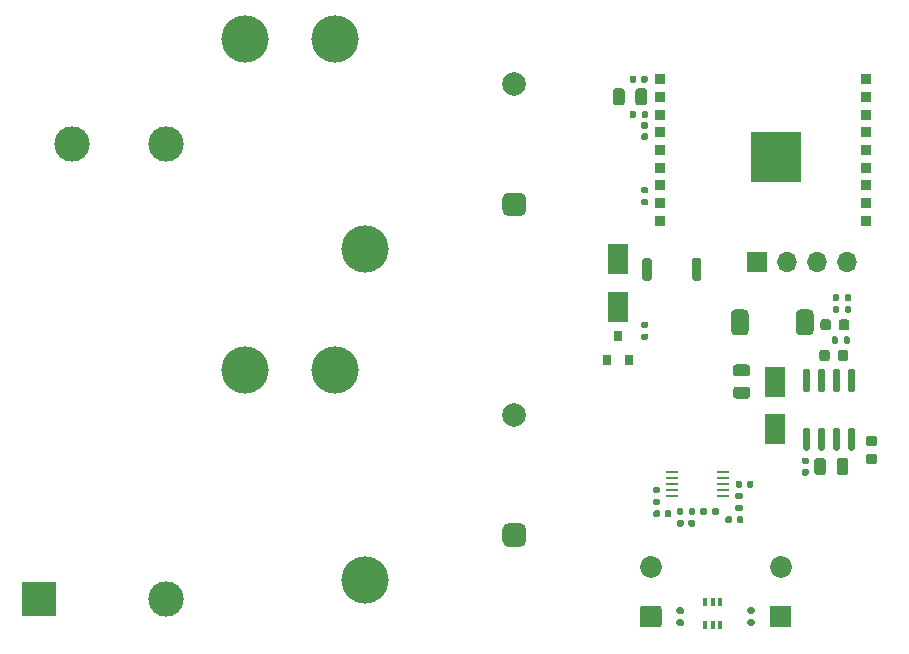
<source format=gbr>
%TF.GenerationSoftware,KiCad,Pcbnew,5.1.10*%
%TF.CreationDate,2021-08-16T03:58:39-04:00*%
%TF.ProjectId,wifi-50A-relay,77696669-2d35-4304-912d-72656c61792e,rev?*%
%TF.SameCoordinates,Original*%
%TF.FileFunction,Soldermask,Top*%
%TF.FilePolarity,Negative*%
%FSLAX46Y46*%
G04 Gerber Fmt 4.6, Leading zero omitted, Abs format (unit mm)*
G04 Created by KiCad (PCBNEW 5.1.10) date 2021-08-16 03:58:39*
%MOMM*%
%LPD*%
G01*
G04 APERTURE LIST*
%ADD10R,3.000000X3.000000*%
%ADD11C,3.000000*%
%ADD12R,1.100000X0.250000*%
%ADD13R,4.300000X4.300000*%
%ADD14R,0.850000X0.912500*%
%ADD15R,0.800000X0.900000*%
%ADD16C,4.000000*%
%ADD17C,2.000000*%
%ADD18C,1.850000*%
%ADD19O,1.700000X1.700000*%
%ADD20R,1.700000X1.700000*%
%ADD21R,0.400000X0.650000*%
%ADD22R,1.800000X2.500000*%
G04 APERTURE END LIST*
%TO.C,R12*%
G36*
G01*
X91685000Y-59560000D02*
X91315000Y-59560000D01*
G75*
G02*
X91180000Y-59425000I0J135000D01*
G01*
X91180000Y-59155000D01*
G75*
G02*
X91315000Y-59020000I135000J0D01*
G01*
X91685000Y-59020000D01*
G75*
G02*
X91820000Y-59155000I0J-135000D01*
G01*
X91820000Y-59425000D01*
G75*
G02*
X91685000Y-59560000I-135000J0D01*
G01*
G37*
G36*
G01*
X91685000Y-60580000D02*
X91315000Y-60580000D01*
G75*
G02*
X91180000Y-60445000I0J135000D01*
G01*
X91180000Y-60175000D01*
G75*
G02*
X91315000Y-60040000I135000J0D01*
G01*
X91685000Y-60040000D01*
G75*
G02*
X91820000Y-60175000I0J-135000D01*
G01*
X91820000Y-60445000D01*
G75*
G02*
X91685000Y-60580000I-135000J0D01*
G01*
G37*
%TD*%
%TO.C,C13*%
G36*
G01*
X94800000Y-75930000D02*
X94800000Y-76270000D01*
G75*
G02*
X94660000Y-76410000I-140000J0D01*
G01*
X94380000Y-76410000D01*
G75*
G02*
X94240000Y-76270000I0J140000D01*
G01*
X94240000Y-75930000D01*
G75*
G02*
X94380000Y-75790000I140000J0D01*
G01*
X94660000Y-75790000D01*
G75*
G02*
X94800000Y-75930000I0J-140000D01*
G01*
G37*
G36*
G01*
X95760000Y-75930000D02*
X95760000Y-76270000D01*
G75*
G02*
X95620000Y-76410000I-140000J0D01*
G01*
X95340000Y-76410000D01*
G75*
G02*
X95200000Y-76270000I0J140000D01*
G01*
X95200000Y-75930000D01*
G75*
G02*
X95340000Y-75790000I140000J0D01*
G01*
X95620000Y-75790000D01*
G75*
G02*
X95760000Y-75930000I0J-140000D01*
G01*
G37*
%TD*%
%TO.C,C12*%
G36*
G01*
X98900000Y-75630000D02*
X98900000Y-75970000D01*
G75*
G02*
X98760000Y-76110000I-140000J0D01*
G01*
X98480000Y-76110000D01*
G75*
G02*
X98340000Y-75970000I0J140000D01*
G01*
X98340000Y-75630000D01*
G75*
G02*
X98480000Y-75490000I140000J0D01*
G01*
X98760000Y-75490000D01*
G75*
G02*
X98900000Y-75630000I0J-140000D01*
G01*
G37*
G36*
G01*
X99860000Y-75630000D02*
X99860000Y-75970000D01*
G75*
G02*
X99720000Y-76110000I-140000J0D01*
G01*
X99440000Y-76110000D01*
G75*
G02*
X99300000Y-75970000I0J140000D01*
G01*
X99300000Y-75630000D01*
G75*
G02*
X99440000Y-75490000I140000J0D01*
G01*
X99720000Y-75490000D01*
G75*
G02*
X99860000Y-75630000I0J-140000D01*
G01*
G37*
%TD*%
%TO.C,C11*%
G36*
G01*
X93200000Y-75470000D02*
X93200000Y-75130000D01*
G75*
G02*
X93340000Y-74990000I140000J0D01*
G01*
X93620000Y-74990000D01*
G75*
G02*
X93760000Y-75130000I0J-140000D01*
G01*
X93760000Y-75470000D01*
G75*
G02*
X93620000Y-75610000I-140000J0D01*
G01*
X93340000Y-75610000D01*
G75*
G02*
X93200000Y-75470000I0J140000D01*
G01*
G37*
G36*
G01*
X92240000Y-75470000D02*
X92240000Y-75130000D01*
G75*
G02*
X92380000Y-74990000I140000J0D01*
G01*
X92660000Y-74990000D01*
G75*
G02*
X92800000Y-75130000I0J-140000D01*
G01*
X92800000Y-75470000D01*
G75*
G02*
X92660000Y-75610000I-140000J0D01*
G01*
X92380000Y-75610000D01*
G75*
G02*
X92240000Y-75470000I0J140000D01*
G01*
G37*
%TD*%
%TO.C,R11*%
G36*
G01*
X94760000Y-74915000D02*
X94760000Y-75285000D01*
G75*
G02*
X94625000Y-75420000I-135000J0D01*
G01*
X94355000Y-75420000D01*
G75*
G02*
X94220000Y-75285000I0J135000D01*
G01*
X94220000Y-74915000D01*
G75*
G02*
X94355000Y-74780000I135000J0D01*
G01*
X94625000Y-74780000D01*
G75*
G02*
X94760000Y-74915000I0J-135000D01*
G01*
G37*
G36*
G01*
X95780000Y-74915000D02*
X95780000Y-75285000D01*
G75*
G02*
X95645000Y-75420000I-135000J0D01*
G01*
X95375000Y-75420000D01*
G75*
G02*
X95240000Y-75285000I0J135000D01*
G01*
X95240000Y-74915000D01*
G75*
G02*
X95375000Y-74780000I135000J0D01*
G01*
X95645000Y-74780000D01*
G75*
G02*
X95780000Y-74915000I0J-135000D01*
G01*
G37*
%TD*%
%TO.C,R10*%
G36*
G01*
X96760000Y-74915000D02*
X96760000Y-75285000D01*
G75*
G02*
X96625000Y-75420000I-135000J0D01*
G01*
X96355000Y-75420000D01*
G75*
G02*
X96220000Y-75285000I0J135000D01*
G01*
X96220000Y-74915000D01*
G75*
G02*
X96355000Y-74780000I135000J0D01*
G01*
X96625000Y-74780000D01*
G75*
G02*
X96760000Y-74915000I0J-135000D01*
G01*
G37*
G36*
G01*
X97780000Y-74915000D02*
X97780000Y-75285000D01*
G75*
G02*
X97645000Y-75420000I-135000J0D01*
G01*
X97375000Y-75420000D01*
G75*
G02*
X97240000Y-75285000I0J135000D01*
G01*
X97240000Y-74915000D01*
G75*
G02*
X97375000Y-74780000I135000J0D01*
G01*
X97645000Y-74780000D01*
G75*
G02*
X97780000Y-74915000I0J-135000D01*
G01*
G37*
%TD*%
%TO.C,R9*%
G36*
G01*
X99685000Y-74060000D02*
X99315000Y-74060000D01*
G75*
G02*
X99180000Y-73925000I0J135000D01*
G01*
X99180000Y-73655000D01*
G75*
G02*
X99315000Y-73520000I135000J0D01*
G01*
X99685000Y-73520000D01*
G75*
G02*
X99820000Y-73655000I0J-135000D01*
G01*
X99820000Y-73925000D01*
G75*
G02*
X99685000Y-74060000I-135000J0D01*
G01*
G37*
G36*
G01*
X99685000Y-75080000D02*
X99315000Y-75080000D01*
G75*
G02*
X99180000Y-74945000I0J135000D01*
G01*
X99180000Y-74675000D01*
G75*
G02*
X99315000Y-74540000I135000J0D01*
G01*
X99685000Y-74540000D01*
G75*
G02*
X99820000Y-74675000I0J-135000D01*
G01*
X99820000Y-74945000D01*
G75*
G02*
X99685000Y-75080000I-135000J0D01*
G01*
G37*
%TD*%
%TO.C,R8*%
G36*
G01*
X92685000Y-73560000D02*
X92315000Y-73560000D01*
G75*
G02*
X92180000Y-73425000I0J135000D01*
G01*
X92180000Y-73155000D01*
G75*
G02*
X92315000Y-73020000I135000J0D01*
G01*
X92685000Y-73020000D01*
G75*
G02*
X92820000Y-73155000I0J-135000D01*
G01*
X92820000Y-73425000D01*
G75*
G02*
X92685000Y-73560000I-135000J0D01*
G01*
G37*
G36*
G01*
X92685000Y-74580000D02*
X92315000Y-74580000D01*
G75*
G02*
X92180000Y-74445000I0J135000D01*
G01*
X92180000Y-74175000D01*
G75*
G02*
X92315000Y-74040000I135000J0D01*
G01*
X92685000Y-74040000D01*
G75*
G02*
X92820000Y-74175000I0J-135000D01*
G01*
X92820000Y-74445000D01*
G75*
G02*
X92685000Y-74580000I-135000J0D01*
G01*
G37*
%TD*%
%TO.C,R7*%
G36*
G01*
X100315000Y-84240000D02*
X100685000Y-84240000D01*
G75*
G02*
X100820000Y-84375000I0J-135000D01*
G01*
X100820000Y-84645000D01*
G75*
G02*
X100685000Y-84780000I-135000J0D01*
G01*
X100315000Y-84780000D01*
G75*
G02*
X100180000Y-84645000I0J135000D01*
G01*
X100180000Y-84375000D01*
G75*
G02*
X100315000Y-84240000I135000J0D01*
G01*
G37*
G36*
G01*
X100315000Y-83220000D02*
X100685000Y-83220000D01*
G75*
G02*
X100820000Y-83355000I0J-135000D01*
G01*
X100820000Y-83625000D01*
G75*
G02*
X100685000Y-83760000I-135000J0D01*
G01*
X100315000Y-83760000D01*
G75*
G02*
X100180000Y-83625000I0J135000D01*
G01*
X100180000Y-83355000D01*
G75*
G02*
X100315000Y-83220000I135000J0D01*
G01*
G37*
%TD*%
%TO.C,R6*%
G36*
G01*
X94315000Y-84240000D02*
X94685000Y-84240000D01*
G75*
G02*
X94820000Y-84375000I0J-135000D01*
G01*
X94820000Y-84645000D01*
G75*
G02*
X94685000Y-84780000I-135000J0D01*
G01*
X94315000Y-84780000D01*
G75*
G02*
X94180000Y-84645000I0J135000D01*
G01*
X94180000Y-84375000D01*
G75*
G02*
X94315000Y-84240000I135000J0D01*
G01*
G37*
G36*
G01*
X94315000Y-83220000D02*
X94685000Y-83220000D01*
G75*
G02*
X94820000Y-83355000I0J-135000D01*
G01*
X94820000Y-83625000D01*
G75*
G02*
X94685000Y-83760000I-135000J0D01*
G01*
X94315000Y-83760000D01*
G75*
G02*
X94180000Y-83625000I0J135000D01*
G01*
X94180000Y-83355000D01*
G75*
G02*
X94315000Y-83220000I135000J0D01*
G01*
G37*
%TD*%
%TO.C,R3*%
G36*
G01*
X91315000Y-48640000D02*
X91685000Y-48640000D01*
G75*
G02*
X91820000Y-48775000I0J-135000D01*
G01*
X91820000Y-49045000D01*
G75*
G02*
X91685000Y-49180000I-135000J0D01*
G01*
X91315000Y-49180000D01*
G75*
G02*
X91180000Y-49045000I0J135000D01*
G01*
X91180000Y-48775000D01*
G75*
G02*
X91315000Y-48640000I135000J0D01*
G01*
G37*
G36*
G01*
X91315000Y-47620000D02*
X91685000Y-47620000D01*
G75*
G02*
X91820000Y-47755000I0J-135000D01*
G01*
X91820000Y-48025000D01*
G75*
G02*
X91685000Y-48160000I-135000J0D01*
G01*
X91315000Y-48160000D01*
G75*
G02*
X91180000Y-48025000I0J135000D01*
G01*
X91180000Y-47755000D01*
G75*
G02*
X91315000Y-47620000I135000J0D01*
G01*
G37*
%TD*%
%TO.C,R2*%
G36*
G01*
X91240000Y-41685000D02*
X91240000Y-41315000D01*
G75*
G02*
X91375000Y-41180000I135000J0D01*
G01*
X91645000Y-41180000D01*
G75*
G02*
X91780000Y-41315000I0J-135000D01*
G01*
X91780000Y-41685000D01*
G75*
G02*
X91645000Y-41820000I-135000J0D01*
G01*
X91375000Y-41820000D01*
G75*
G02*
X91240000Y-41685000I0J135000D01*
G01*
G37*
G36*
G01*
X90220000Y-41685000D02*
X90220000Y-41315000D01*
G75*
G02*
X90355000Y-41180000I135000J0D01*
G01*
X90625000Y-41180000D01*
G75*
G02*
X90760000Y-41315000I0J-135000D01*
G01*
X90760000Y-41685000D01*
G75*
G02*
X90625000Y-41820000I-135000J0D01*
G01*
X90355000Y-41820000D01*
G75*
G02*
X90220000Y-41685000I0J135000D01*
G01*
G37*
%TD*%
%TO.C,R1*%
G36*
G01*
X107860000Y-60415000D02*
X107860000Y-60785000D01*
G75*
G02*
X107725000Y-60920000I-135000J0D01*
G01*
X107455000Y-60920000D01*
G75*
G02*
X107320000Y-60785000I0J135000D01*
G01*
X107320000Y-60415000D01*
G75*
G02*
X107455000Y-60280000I135000J0D01*
G01*
X107725000Y-60280000D01*
G75*
G02*
X107860000Y-60415000I0J-135000D01*
G01*
G37*
G36*
G01*
X108880000Y-60415000D02*
X108880000Y-60785000D01*
G75*
G02*
X108745000Y-60920000I-135000J0D01*
G01*
X108475000Y-60920000D01*
G75*
G02*
X108340000Y-60785000I0J135000D01*
G01*
X108340000Y-60415000D01*
G75*
G02*
X108475000Y-60280000I135000J0D01*
G01*
X108745000Y-60280000D01*
G75*
G02*
X108880000Y-60415000I0J-135000D01*
G01*
G37*
%TD*%
%TO.C,C10*%
G36*
G01*
X100150000Y-72970000D02*
X100150000Y-72630000D01*
G75*
G02*
X100290000Y-72490000I140000J0D01*
G01*
X100570000Y-72490000D01*
G75*
G02*
X100710000Y-72630000I0J-140000D01*
G01*
X100710000Y-72970000D01*
G75*
G02*
X100570000Y-73110000I-140000J0D01*
G01*
X100290000Y-73110000D01*
G75*
G02*
X100150000Y-72970000I0J140000D01*
G01*
G37*
G36*
G01*
X99190000Y-72970000D02*
X99190000Y-72630000D01*
G75*
G02*
X99330000Y-72490000I140000J0D01*
G01*
X99610000Y-72490000D01*
G75*
G02*
X99750000Y-72630000I0J-140000D01*
G01*
X99750000Y-72970000D01*
G75*
G02*
X99610000Y-73110000I-140000J0D01*
G01*
X99330000Y-73110000D01*
G75*
G02*
X99190000Y-72970000I0J140000D01*
G01*
G37*
%TD*%
%TO.C,C8*%
G36*
G01*
X91330000Y-43100000D02*
X91670000Y-43100000D01*
G75*
G02*
X91810000Y-43240000I0J-140000D01*
G01*
X91810000Y-43520000D01*
G75*
G02*
X91670000Y-43660000I-140000J0D01*
G01*
X91330000Y-43660000D01*
G75*
G02*
X91190000Y-43520000I0J140000D01*
G01*
X91190000Y-43240000D01*
G75*
G02*
X91330000Y-43100000I140000J0D01*
G01*
G37*
G36*
G01*
X91330000Y-42140000D02*
X91670000Y-42140000D01*
G75*
G02*
X91810000Y-42280000I0J-140000D01*
G01*
X91810000Y-42560000D01*
G75*
G02*
X91670000Y-42700000I-140000J0D01*
G01*
X91330000Y-42700000D01*
G75*
G02*
X91190000Y-42560000I0J140000D01*
G01*
X91190000Y-42280000D01*
G75*
G02*
X91330000Y-42140000I140000J0D01*
G01*
G37*
%TD*%
%TO.C,C7*%
G36*
G01*
X104930000Y-71500000D02*
X105270000Y-71500000D01*
G75*
G02*
X105410000Y-71640000I0J-140000D01*
G01*
X105410000Y-71920000D01*
G75*
G02*
X105270000Y-72060000I-140000J0D01*
G01*
X104930000Y-72060000D01*
G75*
G02*
X104790000Y-71920000I0J140000D01*
G01*
X104790000Y-71640000D01*
G75*
G02*
X104930000Y-71500000I140000J0D01*
G01*
G37*
G36*
G01*
X104930000Y-70540000D02*
X105270000Y-70540000D01*
G75*
G02*
X105410000Y-70680000I0J-140000D01*
G01*
X105410000Y-70960000D01*
G75*
G02*
X105270000Y-71100000I-140000J0D01*
G01*
X104930000Y-71100000D01*
G75*
G02*
X104790000Y-70960000I0J140000D01*
G01*
X104790000Y-70680000D01*
G75*
G02*
X104930000Y-70540000I140000J0D01*
G01*
G37*
%TD*%
%TO.C,C5*%
G36*
G01*
X90800000Y-38330000D02*
X90800000Y-38670000D01*
G75*
G02*
X90660000Y-38810000I-140000J0D01*
G01*
X90380000Y-38810000D01*
G75*
G02*
X90240000Y-38670000I0J140000D01*
G01*
X90240000Y-38330000D01*
G75*
G02*
X90380000Y-38190000I140000J0D01*
G01*
X90660000Y-38190000D01*
G75*
G02*
X90800000Y-38330000I0J-140000D01*
G01*
G37*
G36*
G01*
X91760000Y-38330000D02*
X91760000Y-38670000D01*
G75*
G02*
X91620000Y-38810000I-140000J0D01*
G01*
X91340000Y-38810000D01*
G75*
G02*
X91200000Y-38670000I0J140000D01*
G01*
X91200000Y-38330000D01*
G75*
G02*
X91340000Y-38190000I140000J0D01*
G01*
X91620000Y-38190000D01*
G75*
G02*
X91760000Y-38330000I0J-140000D01*
G01*
G37*
%TD*%
D10*
%TO.C,PS1*%
X40250000Y-82500000D03*
D11*
X43000000Y-44000000D03*
X51000000Y-82500000D03*
X51000000Y-44000000D03*
%TD*%
D12*
%TO.C,U3*%
X98150000Y-71800000D03*
X98150000Y-72300000D03*
X98150000Y-72800000D03*
X98150000Y-73300000D03*
X98150000Y-73800000D03*
X93850000Y-73800000D03*
X93850000Y-73300000D03*
X93850000Y-72800000D03*
X93850000Y-72300000D03*
X93850000Y-71800000D03*
%TD*%
%TO.C,U2*%
G36*
G01*
X105345000Y-65000000D02*
X105045000Y-65000000D01*
G75*
G02*
X104895000Y-64850000I0J150000D01*
G01*
X104895000Y-63200000D01*
G75*
G02*
X105045000Y-63050000I150000J0D01*
G01*
X105345000Y-63050000D01*
G75*
G02*
X105495000Y-63200000I0J-150000D01*
G01*
X105495000Y-64850000D01*
G75*
G02*
X105345000Y-65000000I-150000J0D01*
G01*
G37*
G36*
G01*
X106615000Y-65000000D02*
X106315000Y-65000000D01*
G75*
G02*
X106165000Y-64850000I0J150000D01*
G01*
X106165000Y-63200000D01*
G75*
G02*
X106315000Y-63050000I150000J0D01*
G01*
X106615000Y-63050000D01*
G75*
G02*
X106765000Y-63200000I0J-150000D01*
G01*
X106765000Y-64850000D01*
G75*
G02*
X106615000Y-65000000I-150000J0D01*
G01*
G37*
G36*
G01*
X107885000Y-65000000D02*
X107585000Y-65000000D01*
G75*
G02*
X107435000Y-64850000I0J150000D01*
G01*
X107435000Y-63200000D01*
G75*
G02*
X107585000Y-63050000I150000J0D01*
G01*
X107885000Y-63050000D01*
G75*
G02*
X108035000Y-63200000I0J-150000D01*
G01*
X108035000Y-64850000D01*
G75*
G02*
X107885000Y-65000000I-150000J0D01*
G01*
G37*
G36*
G01*
X109155000Y-65000000D02*
X108855000Y-65000000D01*
G75*
G02*
X108705000Y-64850000I0J150000D01*
G01*
X108705000Y-63200000D01*
G75*
G02*
X108855000Y-63050000I150000J0D01*
G01*
X109155000Y-63050000D01*
G75*
G02*
X109305000Y-63200000I0J-150000D01*
G01*
X109305000Y-64850000D01*
G75*
G02*
X109155000Y-65000000I-150000J0D01*
G01*
G37*
G36*
G01*
X109155000Y-69950000D02*
X108855000Y-69950000D01*
G75*
G02*
X108705000Y-69800000I0J150000D01*
G01*
X108705000Y-68150000D01*
G75*
G02*
X108855000Y-68000000I150000J0D01*
G01*
X109155000Y-68000000D01*
G75*
G02*
X109305000Y-68150000I0J-150000D01*
G01*
X109305000Y-69800000D01*
G75*
G02*
X109155000Y-69950000I-150000J0D01*
G01*
G37*
G36*
G01*
X107885000Y-69950000D02*
X107585000Y-69950000D01*
G75*
G02*
X107435000Y-69800000I0J150000D01*
G01*
X107435000Y-68150000D01*
G75*
G02*
X107585000Y-68000000I150000J0D01*
G01*
X107885000Y-68000000D01*
G75*
G02*
X108035000Y-68150000I0J-150000D01*
G01*
X108035000Y-69800000D01*
G75*
G02*
X107885000Y-69950000I-150000J0D01*
G01*
G37*
G36*
G01*
X106615000Y-69950000D02*
X106315000Y-69950000D01*
G75*
G02*
X106165000Y-69800000I0J150000D01*
G01*
X106165000Y-68150000D01*
G75*
G02*
X106315000Y-68000000I150000J0D01*
G01*
X106615000Y-68000000D01*
G75*
G02*
X106765000Y-68150000I0J-150000D01*
G01*
X106765000Y-69800000D01*
G75*
G02*
X106615000Y-69950000I-150000J0D01*
G01*
G37*
G36*
G01*
X105345000Y-69950000D02*
X105045000Y-69950000D01*
G75*
G02*
X104895000Y-69800000I0J150000D01*
G01*
X104895000Y-68150000D01*
G75*
G02*
X105045000Y-68000000I150000J0D01*
G01*
X105345000Y-68000000D01*
G75*
G02*
X105495000Y-68150000I0J-150000D01*
G01*
X105495000Y-69800000D01*
G75*
G02*
X105345000Y-69950000I-150000J0D01*
G01*
G37*
%TD*%
D13*
%TO.C,U1*%
X102620000Y-45080000D03*
D14*
X92762500Y-38500000D03*
X92762500Y-40000000D03*
X92762500Y-41500000D03*
X92762500Y-43000000D03*
X92762500Y-44500000D03*
X92762500Y-46000000D03*
X92762500Y-47500000D03*
X92762500Y-49000000D03*
X92762500Y-50500000D03*
X110237500Y-50500000D03*
X110237500Y-49000000D03*
X110237500Y-47500000D03*
X110237500Y-46000000D03*
X110237500Y-44500000D03*
X110237500Y-43000000D03*
X110237500Y-41500000D03*
X110237500Y-40000000D03*
X110237500Y-38500000D03*
%TD*%
%TO.C,SW1*%
G36*
G01*
X91300000Y-55400000D02*
X91300000Y-53800000D01*
G75*
G02*
X91500000Y-53600000I200000J0D01*
G01*
X91900000Y-53600000D01*
G75*
G02*
X92100000Y-53800000I0J-200000D01*
G01*
X92100000Y-55400000D01*
G75*
G02*
X91900000Y-55600000I-200000J0D01*
G01*
X91500000Y-55600000D01*
G75*
G02*
X91300000Y-55400000I0J200000D01*
G01*
G37*
G36*
G01*
X95500000Y-55400000D02*
X95500000Y-53800000D01*
G75*
G02*
X95700000Y-53600000I200000J0D01*
G01*
X96100000Y-53600000D01*
G75*
G02*
X96300000Y-53800000I0J-200000D01*
G01*
X96300000Y-55400000D01*
G75*
G02*
X96100000Y-55600000I-200000J0D01*
G01*
X95700000Y-55600000D01*
G75*
G02*
X95500000Y-55400000I0J200000D01*
G01*
G37*
%TD*%
%TO.C,R5*%
G36*
G01*
X107960000Y-57815000D02*
X107960000Y-58185000D01*
G75*
G02*
X107825000Y-58320000I-135000J0D01*
G01*
X107555000Y-58320000D01*
G75*
G02*
X107420000Y-58185000I0J135000D01*
G01*
X107420000Y-57815000D01*
G75*
G02*
X107555000Y-57680000I135000J0D01*
G01*
X107825000Y-57680000D01*
G75*
G02*
X107960000Y-57815000I0J-135000D01*
G01*
G37*
G36*
G01*
X108980000Y-57815000D02*
X108980000Y-58185000D01*
G75*
G02*
X108845000Y-58320000I-135000J0D01*
G01*
X108575000Y-58320000D01*
G75*
G02*
X108440000Y-58185000I0J135000D01*
G01*
X108440000Y-57815000D01*
G75*
G02*
X108575000Y-57680000I135000J0D01*
G01*
X108845000Y-57680000D01*
G75*
G02*
X108980000Y-57815000I0J-135000D01*
G01*
G37*
%TD*%
%TO.C,R4*%
G36*
G01*
X108440000Y-57185000D02*
X108440000Y-56815000D01*
G75*
G02*
X108575000Y-56680000I135000J0D01*
G01*
X108845000Y-56680000D01*
G75*
G02*
X108980000Y-56815000I0J-135000D01*
G01*
X108980000Y-57185000D01*
G75*
G02*
X108845000Y-57320000I-135000J0D01*
G01*
X108575000Y-57320000D01*
G75*
G02*
X108440000Y-57185000I0J135000D01*
G01*
G37*
G36*
G01*
X107420000Y-57185000D02*
X107420000Y-56815000D01*
G75*
G02*
X107555000Y-56680000I135000J0D01*
G01*
X107825000Y-56680000D01*
G75*
G02*
X107960000Y-56815000I0J-135000D01*
G01*
X107960000Y-57185000D01*
G75*
G02*
X107825000Y-57320000I-135000J0D01*
G01*
X107555000Y-57320000D01*
G75*
G02*
X107420000Y-57185000I0J135000D01*
G01*
G37*
%TD*%
D15*
%TO.C,Q1*%
X89250000Y-60250000D03*
X90200000Y-62250000D03*
X88300000Y-62250000D03*
%TD*%
%TO.C,L1*%
G36*
G01*
X100300000Y-58375000D02*
X100300000Y-59825000D01*
G75*
G02*
X99925000Y-60200000I-375000J0D01*
G01*
X99175000Y-60200000D01*
G75*
G02*
X98800000Y-59825000I0J375000D01*
G01*
X98800000Y-58375000D01*
G75*
G02*
X99175000Y-58000000I375000J0D01*
G01*
X99925000Y-58000000D01*
G75*
G02*
X100300000Y-58375000I0J-375000D01*
G01*
G37*
G36*
G01*
X105800000Y-58375000D02*
X105800000Y-59825000D01*
G75*
G02*
X105425000Y-60200000I-375000J0D01*
G01*
X104675000Y-60200000D01*
G75*
G02*
X104300000Y-59825000I0J375000D01*
G01*
X104300000Y-58375000D01*
G75*
G02*
X104675000Y-58000000I375000J0D01*
G01*
X105425000Y-58000000D01*
G75*
G02*
X105800000Y-58375000I0J-375000D01*
G01*
G37*
%TD*%
%TO.C,K2*%
G36*
G01*
X79460000Y-49600000D02*
X79460000Y-48600000D01*
G75*
G02*
X79960000Y-48100000I500000J0D01*
G01*
X80960000Y-48100000D01*
G75*
G02*
X81460000Y-48600000I0J-500000D01*
G01*
X81460000Y-49600000D01*
G75*
G02*
X80960000Y-50100000I-500000J0D01*
G01*
X79960000Y-50100000D01*
G75*
G02*
X79460000Y-49600000I0J500000D01*
G01*
G37*
D16*
X67800000Y-52900000D03*
X57660000Y-35100000D03*
X65260000Y-35100000D03*
D17*
X80460000Y-38900000D03*
%TD*%
%TO.C,K1*%
G36*
G01*
X79460000Y-77600000D02*
X79460000Y-76600000D01*
G75*
G02*
X79960000Y-76100000I500000J0D01*
G01*
X80960000Y-76100000D01*
G75*
G02*
X81460000Y-76600000I0J-500000D01*
G01*
X81460000Y-77600000D01*
G75*
G02*
X80960000Y-78100000I-500000J0D01*
G01*
X79960000Y-78100000D01*
G75*
G02*
X79460000Y-77600000I0J500000D01*
G01*
G37*
D16*
X67800000Y-80900000D03*
X57660000Y-63100000D03*
X65260000Y-63100000D03*
D17*
X80460000Y-66900000D03*
%TD*%
D18*
%TO.C,J3*%
X103000000Y-79800000D03*
G36*
G01*
X103675001Y-84925000D02*
X102324999Y-84925000D01*
G75*
G02*
X102075000Y-84675001I0J249999D01*
G01*
X102075000Y-83324999D01*
G75*
G02*
X102324999Y-83075000I249999J0D01*
G01*
X103675001Y-83075000D01*
G75*
G02*
X103925000Y-83324999I0J-249999D01*
G01*
X103925000Y-84675001D01*
G75*
G02*
X103675001Y-84925000I-249999J0D01*
G01*
G37*
%TD*%
%TO.C,J2*%
X92000000Y-79800000D03*
G36*
G01*
X92675001Y-84925000D02*
X91324999Y-84925000D01*
G75*
G02*
X91075000Y-84675001I0J249999D01*
G01*
X91075000Y-83324999D01*
G75*
G02*
X91324999Y-83075000I249999J0D01*
G01*
X92675001Y-83075000D01*
G75*
G02*
X92925000Y-83324999I0J-249999D01*
G01*
X92925000Y-84675001D01*
G75*
G02*
X92675001Y-84925000I-249999J0D01*
G01*
G37*
%TD*%
D19*
%TO.C,J1*%
X108620000Y-54000000D03*
X106080000Y-54000000D03*
X103540000Y-54000000D03*
D20*
X101000000Y-54000000D03*
%TD*%
D21*
%TO.C,D3*%
X96600000Y-82800000D03*
X97900000Y-82800000D03*
X97250000Y-84700000D03*
X97250000Y-82800000D03*
X97900000Y-84700000D03*
X96600000Y-84700000D03*
%TD*%
D22*
%TO.C,D2*%
X89250000Y-57750000D03*
X89250000Y-53750000D03*
%TD*%
%TO.C,D1*%
X102500000Y-68100000D03*
X102500000Y-64100000D03*
%TD*%
%TO.C,C9*%
G36*
G01*
X99225000Y-64550000D02*
X100175000Y-64550000D01*
G75*
G02*
X100425000Y-64800000I0J-250000D01*
G01*
X100425000Y-65300000D01*
G75*
G02*
X100175000Y-65550000I-250000J0D01*
G01*
X99225000Y-65550000D01*
G75*
G02*
X98975000Y-65300000I0J250000D01*
G01*
X98975000Y-64800000D01*
G75*
G02*
X99225000Y-64550000I250000J0D01*
G01*
G37*
G36*
G01*
X99225000Y-62650000D02*
X100175000Y-62650000D01*
G75*
G02*
X100425000Y-62900000I0J-250000D01*
G01*
X100425000Y-63400000D01*
G75*
G02*
X100175000Y-63650000I-250000J0D01*
G01*
X99225000Y-63650000D01*
G75*
G02*
X98975000Y-63400000I0J250000D01*
G01*
X98975000Y-62900000D01*
G75*
G02*
X99225000Y-62650000I250000J0D01*
G01*
G37*
%TD*%
%TO.C,C6*%
G36*
G01*
X107275000Y-59050000D02*
X107275000Y-59550000D01*
G75*
G02*
X107050000Y-59775000I-225000J0D01*
G01*
X106600000Y-59775000D01*
G75*
G02*
X106375000Y-59550000I0J225000D01*
G01*
X106375000Y-59050000D01*
G75*
G02*
X106600000Y-58825000I225000J0D01*
G01*
X107050000Y-58825000D01*
G75*
G02*
X107275000Y-59050000I0J-225000D01*
G01*
G37*
G36*
G01*
X108825000Y-59050000D02*
X108825000Y-59550000D01*
G75*
G02*
X108600000Y-59775000I-225000J0D01*
G01*
X108150000Y-59775000D01*
G75*
G02*
X107925000Y-59550000I0J225000D01*
G01*
X107925000Y-59050000D01*
G75*
G02*
X108150000Y-58825000I225000J0D01*
G01*
X108600000Y-58825000D01*
G75*
G02*
X108825000Y-59050000I0J-225000D01*
G01*
G37*
%TD*%
%TO.C,C4*%
G36*
G01*
X107175000Y-61650000D02*
X107175000Y-62150000D01*
G75*
G02*
X106950000Y-62375000I-225000J0D01*
G01*
X106500000Y-62375000D01*
G75*
G02*
X106275000Y-62150000I0J225000D01*
G01*
X106275000Y-61650000D01*
G75*
G02*
X106500000Y-61425000I225000J0D01*
G01*
X106950000Y-61425000D01*
G75*
G02*
X107175000Y-61650000I0J-225000D01*
G01*
G37*
G36*
G01*
X108725000Y-61650000D02*
X108725000Y-62150000D01*
G75*
G02*
X108500000Y-62375000I-225000J0D01*
G01*
X108050000Y-62375000D01*
G75*
G02*
X107825000Y-62150000I0J225000D01*
G01*
X107825000Y-61650000D01*
G75*
G02*
X108050000Y-61425000I225000J0D01*
G01*
X108500000Y-61425000D01*
G75*
G02*
X108725000Y-61650000I0J-225000D01*
G01*
G37*
%TD*%
%TO.C,C3*%
G36*
G01*
X89800000Y-39525000D02*
X89800000Y-40475000D01*
G75*
G02*
X89550000Y-40725000I-250000J0D01*
G01*
X89050000Y-40725000D01*
G75*
G02*
X88800000Y-40475000I0J250000D01*
G01*
X88800000Y-39525000D01*
G75*
G02*
X89050000Y-39275000I250000J0D01*
G01*
X89550000Y-39275000D01*
G75*
G02*
X89800000Y-39525000I0J-250000D01*
G01*
G37*
G36*
G01*
X91700000Y-39525000D02*
X91700000Y-40475000D01*
G75*
G02*
X91450000Y-40725000I-250000J0D01*
G01*
X90950000Y-40725000D01*
G75*
G02*
X90700000Y-40475000I0J250000D01*
G01*
X90700000Y-39525000D01*
G75*
G02*
X90950000Y-39275000I250000J0D01*
G01*
X91450000Y-39275000D01*
G75*
G02*
X91700000Y-39525000I0J-250000D01*
G01*
G37*
%TD*%
%TO.C,C2*%
G36*
G01*
X110450000Y-70225000D02*
X110950000Y-70225000D01*
G75*
G02*
X111175000Y-70450000I0J-225000D01*
G01*
X111175000Y-70900000D01*
G75*
G02*
X110950000Y-71125000I-225000J0D01*
G01*
X110450000Y-71125000D01*
G75*
G02*
X110225000Y-70900000I0J225000D01*
G01*
X110225000Y-70450000D01*
G75*
G02*
X110450000Y-70225000I225000J0D01*
G01*
G37*
G36*
G01*
X110450000Y-68675000D02*
X110950000Y-68675000D01*
G75*
G02*
X111175000Y-68900000I0J-225000D01*
G01*
X111175000Y-69350000D01*
G75*
G02*
X110950000Y-69575000I-225000J0D01*
G01*
X110450000Y-69575000D01*
G75*
G02*
X110225000Y-69350000I0J225000D01*
G01*
X110225000Y-68900000D01*
G75*
G02*
X110450000Y-68675000I225000J0D01*
G01*
G37*
%TD*%
%TO.C,C1*%
G36*
G01*
X107750000Y-71775000D02*
X107750000Y-70825000D01*
G75*
G02*
X108000000Y-70575000I250000J0D01*
G01*
X108500000Y-70575000D01*
G75*
G02*
X108750000Y-70825000I0J-250000D01*
G01*
X108750000Y-71775000D01*
G75*
G02*
X108500000Y-72025000I-250000J0D01*
G01*
X108000000Y-72025000D01*
G75*
G02*
X107750000Y-71775000I0J250000D01*
G01*
G37*
G36*
G01*
X105850000Y-71775000D02*
X105850000Y-70825000D01*
G75*
G02*
X106100000Y-70575000I250000J0D01*
G01*
X106600000Y-70575000D01*
G75*
G02*
X106850000Y-70825000I0J-250000D01*
G01*
X106850000Y-71775000D01*
G75*
G02*
X106600000Y-72025000I-250000J0D01*
G01*
X106100000Y-72025000D01*
G75*
G02*
X105850000Y-71775000I0J250000D01*
G01*
G37*
%TD*%
M02*

</source>
